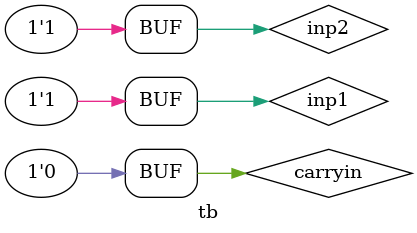
<source format=v>
`include "lab6_1.v"

module tb;
    reg inp1, inp2, carryin;
    wire sum, carryout;

    adder a (.inp1(inp1), .inp2(inp2), .carryin(carryin), .carryout(carryout), .sum(sum));

    initial begin
        $dumpfile("add1.vcd");
        $dumpvars(0, tb);
    end

    initial begin
        #10;
        inp1 = 1'b0; 
        inp2 = 1'b1;
        carryin = 1'b0;
        #10; 
        inp1 = 1'b1; 
        inp2 = 1'b1;
        carryin = 1'b0;
        $monitor($time, " ", "sum = %b, carryoput = %b ", sum, carryout);
    end
endmodule
</source>
